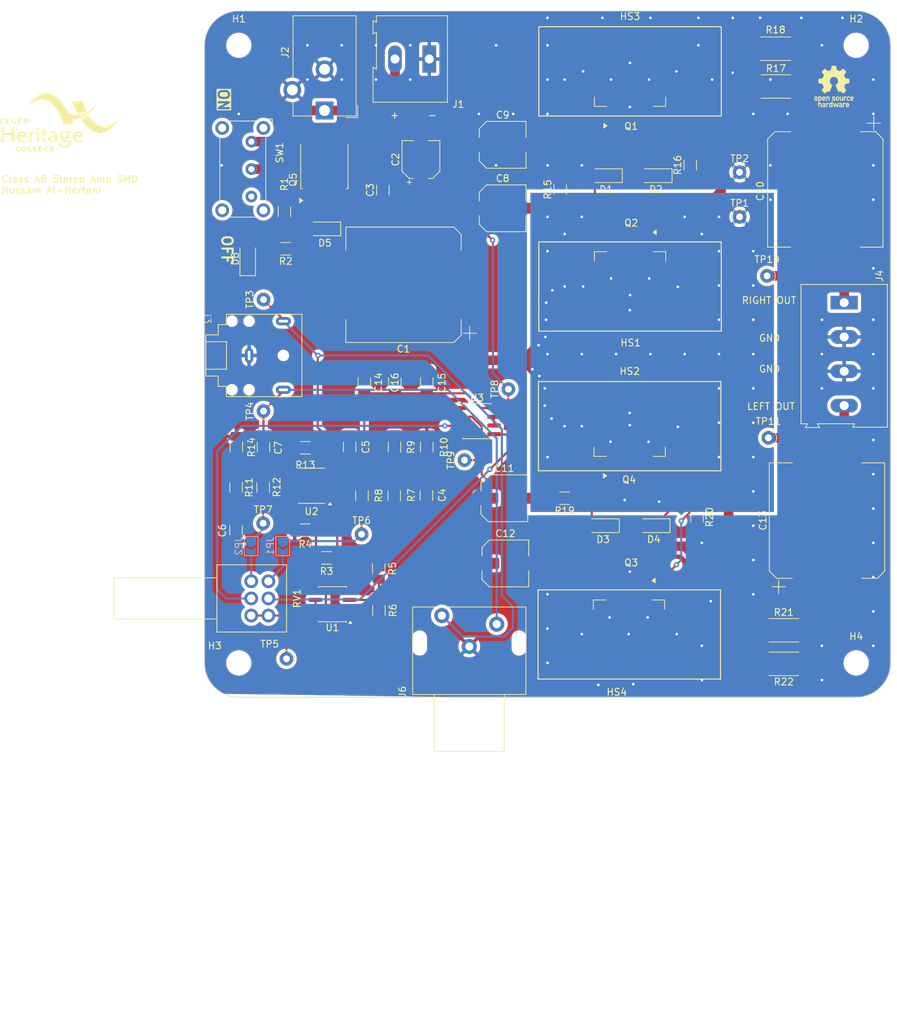
<source format=kicad_pcb>
(kicad_pcb (version 20241229) (generator "pcbnew") (generator_version "9.0")
  (layers (0 "F.Cu" signal) (2 "B.Cu" signal) (13 "F.Paste" user) (15 "B.Paste" user) (5 "F.SilkS" user "F.Silkscreen") (7 "B.SilkS" user "B.Silkscreen") (1 "F.Mask" user) (3 "B.Mask" user) (25 "Edge.Cuts" user))
  (net 0 "")
  (net 1 "GND")
  (net 2 "VCC")
  (net 3 "Net-(C4-Pad1)")
  (net 4 "Net-(U2A-+)")
  (net 5 "RIN0")
  (net 6 "Net-(C6-Pad1)")
  (net 7 "LIN0")
  (net 8 "Net-(U2B-+)")
  (net 9 "RIN2")
  (net 10 "Net-(D1-A)")
  (net 11 "Net-(D2-K)")
  (net 12 "ROUT")
  (net 13 "/POWC")
  (net 14 "LIN2")
  (net 15 "Net-(D3-A)")
  (net 16 "Net-(D4-K)")
  (net 17 "/POWF")
  (net 18 "LOUT")
  (net 19 "Net-(D1-K)")
  (net 20 "Net-(D3-K)")
  (net 21 "Net-(D5-A)")
  (net 22 "Net-(D6-A)")
  (net 23 "/VIN1")
  (net 24 "/POWB")
  (net 25 "/POWA")
  (net 26 "/POWE")
  (net 27 "/POWD")
  (net 28 "/VIN2")
  (net 29 "Net-(U1A-+)")
  (net 30 "Net-(U1B-+)")
  (net 31 "Net-(U2A--)")
  (net 32 "RIN1")
  (net 33 "Net-(U2B--)")
  (net 34 "LIN1")
  (net 35 "Net-(U3A-+)")
  (net 36 "VCC_DIV_2")
  (net 37 "Net-(U3B-+)")
  (net 39 "Net-(U1A--)")
  (net 40 "Net-(JP1-B)")
  (net 41 "Net-(JP2-B)")
  (footprint "Connector_BarrelJack:BarrelJack_CUI_PJ-102AH_Horizontal" (layer "F.Cu") (at 117.5 64.5 180)
    (property "Reference" "J2")
    (property "Value" "Barrel_Jack_Switch")
  )
  (footprint "TestPoint:TestPoint_THTPad_D2.0mm_Drill1.0mm" (layer "F.Cu") (at 122.9 126.25)
    (property "Reference" "TP6")
    (property "Value" "RIN1")
  )
  (footprint "Capacitor_SMD:C_Elec_6.3x5.4" (layer "F.Cu") (at 143.4625 69.5)
    (property "Reference" "C9")
    (property "Value" "33u")
  )
  (footprint "TestPoint:TestPoint_THTPad_D2.0mm_Drill1.0mm" (layer "F.Cu") (at 108.6 108.3 90)
    (property "Reference" "TP4")
    (property "Value" "LIN")
  )
  (footprint "Package_SO:SOIC-8_3.9x4.9mm_P1.27mm" (layer "F.Cu") (at 118.65 136.45 180)
    (property "Reference" "U1")
    (property "Value" "NE5532")
  )
  (footprint "TestPoint:TestPoint_THTPad_D2.0mm_Drill1.0mm" (layer "F.Cu") (at 137.9 115.45 90)
    (property "Reference" "TP9")
    (property "Value" "LIN2")
  )
  (footprint "Resistor_SMD:R_1206_3216Metric_Pad1.30x1.75mm_HandSolder" (layer "F.Cu") (at 171.8 123.75 -90)
    (property "Reference" "R20")
    (property "Value" "3k")
  )
  (footprint "Capacitor_SMD:C_1206_3216Metric_Pad1.33x1.80mm_HandSolder" (layer "F.Cu") (at 132.35 120.5875 90)
    (property "Reference" "C4")
    (property "Value" "1u")
  )
  (footprint "Resistor_SMD:R_1206_3216Metric_Pad1.30x1.75mm_HandSolder" (layer "F.Cu") (at 104.6 119.425 90)
    (property "Reference" "R11")
    (property "Value" "10k")
  )
  (footprint "Resistor_SMD:R_2512_6332Metric_Pad1.40x3.35mm_HandSolder" (layer "F.Cu") (at 183.25 55.5 180)
    (property "Reference" "R18")
    (property "Value" "1")
  )
  (footprint "TestPoint:TestPoint_THTPad_D2.0mm_Drill1.0mm" (layer "F.Cu") (at 144.3 105.1 90)
    (property "Reference" "TP8")
    (property "Value" "RIN2")
  )
  (footprint "Resistor_SMD:R_1206_3216Metric_Pad1.30x1.75mm_HandSolder" (layer "F.Cu") (at 114.7 113.65)
    (property "Reference" "R13")
    (property "Value" "47k")
  )
  (footprint "myparts:PTD902-2015K-B103" (layer "F.Cu") (at 106.8125 138.1 180)
    (property "Reference" "RV1")
    (property "Value" "10k")
  )
  (footprint "Diode_SMD:D_SOD-123" (layer "F.Cu") (at 165.8 74 180)
    (property "Reference" "D2")
    (property "Value" "1N4148W")
  )
  (footprint "TerminalBlock:TerminalBlock_Altech_AK300-2_P5.00mm" (layer "F.Cu") (at 132.765 57 180)
    (property "Reference" "J1")
    (property "Value" "Screw_Terminal_01x02")
  )
  (footprint "Heatsink:Heatsink_AAVID_573300D00010G_TO-263" (layer "F.Cu") (at 162.03 58.8)
    (property "Reference" "HS3")
    (property "Value" "Q1")
  )
  (footprint "Capacitor_SMD:CP_Elec_5x5.3" (layer "F.Cu") (at 131.55 71.65 90)
    (property "Reference" "C2")
    (property "Value" "10u")
  )
  (footprint "Heatsink:Heatsink_AAVID_573300D00010G_TO-263" (layer "F.Cu") (at 161.92 140.85)
    (property "Reference" "HS4")
    (property "Value" "Q3")
  )
  (footprint "myparts:Jack_3.5mm_CUI_SJ1-2523N_Horizontal" (layer "F.Cu") (at 106.502 100.296 -90)
    (property "Reference" "J3")
    (property "Value" "AudioJack3")
  )
  (footprint "Resistor_SMD:R_1206_3216Metric_Pad1.30x1.75mm_HandSolder" (layer "F.Cu") (at 132.4 113.55 -90)
    (property "Reference" "R10")
    (property "Value" "47k")
  )
  (footprint "Package_TO_SOT_SMD:TO-263-2" (layer "F.Cu") (at 162.04 89.9 -90)
    (property "Reference" "Q2")
    (property "Value" "NJVMJB41CT4G")
  )
  (footprint "logos:heritage-logo-small" (layer "F.Cu") (at 78.55 66.2)
    (property "Reference" "G***" (hide yes))
    (property "Value" "LOGO" (hide yes))
  )
  (footprint "Capacitor_SMD:C_Elec_6.3x5.4" (layer "F.Cu") (at 143.8625 130.5)
    (property "Reference" "C12")
    (property "Value" "33u")
  )
  (footprint "Symbol:OSHW-Logo_5.7x6mm_SilkScreen" (layer "F.Cu") (at 191.75 61)
    (property "Reference" "REF**" (hide yes))
    (property "Value" "OSHW-Logo_5.7x6mm_SilkScreen" (hide yes))
  )
  (footprint "Diode_SMD:D_SOD-123" (layer "F.Cu") (at 158.55 74 180)
    (property "Reference" "D1")
    (property "Value" "1N4148W")
  )
  (footprint "Resistor_SMD:R_1206_3216Metric_Pad1.30x1.75mm_HandSolder" (layer "F.Cu") (at 111.65 79.25 -90)
    (property "Reference" "R1")
    (property "Value" "100k")
  )
  (footprint "MountingHole:MountingHole_3.2mm_M3_ISO7380" (layer "F.Cu") (at 195 55)
    (property "Reference" "H2")
    (property "Value" "MountingHole")
  )
  (footprint "Resistor_SMD:R_1206_3216Metric_Pad1.30x1.75mm_HandSolder" (layer "F.Cu") (at 125.4 131.25 90)
    (property "Reference" "R5")
    (property "Value" "22k")
  )
  (footprint "Button_Switch_THT:SW_E-Switch_EG1224_SPDT_Angled" (layer "F.Cu") (at 106.8325 69.0425 -90)
    (property "Reference" "SW1")
    (property "Value" "SW_SPDT")
  )
  (footprint "Resistor_SMD:R_1206_3216Metric_Pad1.30x1.75mm_HandSolder" (layer "F.Cu") (at 122.95 120.625 -90)
    (property "Reference" "R8")
    (property "Value" "220k")
  )
  (footprint "TerminalBlock:TerminalBlock_Altech_AK300-4_P5.00mm" (layer "F.Cu") (at 193.25 92.5 -90)
    (property "Reference" "J4")
    (property "Value" "Screw_Terminal_01x04")
  )
  (footprint "MountingHole:MountingHole_3.2mm_M3_ISO7380" (layer "F.Cu") (at 105 55)
    (property "Reference" "H1")
    (property "Value" "MountingHole")
  )
  (footprint "Resistor_SMD:R_2512_6332Metric_Pad1.40x3.35mm_HandSolder" (layer "F.Cu") (at 184.45 140.25)
    (property "Reference" "R21")
    (property "Value" "1")
  )
  (footprint "Resistor_SMD:R_1206_3216Metric_Pad1.30x1.75mm_HandSolder" (layer "F.Cu") (at 111.85 84.65 180)
    (property "Reference" "R2")
    (property "Value" "2.4k")
  )
  (footprint "TestPoint:TestPoint_THTPad_D2.0mm_Drill1.0mm" (layer "F.Cu") (at 182 88.6)
    (property "Reference" "TP10")
    (property "Value" "ROUT")
  )
  (footprint "TestPoint:TestPoint_THTPad_D2.0mm_Drill1.0mm" (layer "F.Cu") (at 182.2 112.2)
    (property "Reference" "TP11")
    (property "Value" "LOUT")
  )
  (footprint "Package_TO_SOT_SMD:TO-263-2" (layer "F.Cu") (at 161.875 140.65 -90)
    (property "Reference" "Q3")
    (property "Value" "NJVMJB42CT4G")
  )
  (footprint "Capacitor_SMD:C_1206_3216Metric_Pad1.33x1.80mm_HandSolder" (layer "F.Cu") (at 127.75 104.15 90)
    (property "Reference" "C16")
    (property "Value" "1u")
  )
  (footprint "Resistor_SMD:R_1206_3216Metric_Pad1.30x1.75mm_HandSolder" (layer "F.Cu") (at 151.85 76 90)
    (property "Reference" "R15")
    (property "Value" "3k")
  )
  (footprint "Capacitor_SMD:C_Elec_6.3x5.4" (layer "F.Cu") (at 143.7125 121)
    (property "Reference" "C11")
    (property "Value" "33u")
  )
  (footprint "Resistor_SMD:R_1206_3216Metric_Pad1.30x1.75mm_HandSolder" (layer "F.Cu") (at 104.65 113.5375 -90)
    (property "Reference" "R14")
    (property "Value" "47k")
  )
  (footprint "Resistor_SMD:R_1206_3216Metric_Pad1.30x1.75mm_HandSolder" (layer "F.Cu") (at 108.55 119.4375 -90)
    (property "Reference" "R12")
    (property "Value" "220k")
  )
  (footprint "Capacitor_SMD:C_1206_3216Metric_Pad1.33x1.80mm_HandSolder" (layer "F.Cu") (at 108.6 113.5625 90)
    (property "Reference" "C7")
    (property "Value" "1u")
  )
  (footprint "Capacitor_SMD:CP_Elec_16x17.5" (layer "F.Cu") (at 190.5 76 -90)
    (property "Reference" "C10")
    (property "Value" "1000u")
  )
  (footprint "Resistor_SMD:R_1206_3216Metric_Pad1.30x1.75mm_HandSolder" (layer "F.Cu") (at 127.65 120.6125 90)
    (property "Reference" "R7")
    (property "Value" "10k")
  )
  (footprint "Capacitor_SMD:C_1206_3216Metric_Pad1.33x1.80mm_HandSolder" (layer "F.Cu") (at 121.15 113.55 90)
    (property "Reference" "C5")
    (property "Value" "1u")
  )
  (footprint "Diode_SMD:D_SOD-123" (layer "F.Cu") (at 158.1 125 180)
    (property "Reference" "D3")
    (property "Value" "1N4148W")
  )
  (footprint "MountingHole:MountingHole_3.2mm_M3_ISO7380" (layer "F.Cu") (at 105 145)
    (property "Reference" "H3")
    (property "Value" "MountingHole")
  )
  (footprint "Diode_SMD:D_SOD-123" (layer "F.Cu") (at 165.5 125 180)
    (property "Reference" "D4")
    (property "Value" "1N4148W")
  )
  (footprint "Capacitor_SMD:CP_Elec_16x17.5" (layer "F.Cu") (at 129.0075 89.9 180)
    (property "Reference" "C1")
    (property "Value" "1000u")
  )
  (footprint "Capacitor_SMD:C_1206_3216Metric_Pad1.33x1.80mm_HandSolder" (layer "F.Cu") (at 123.3 104.15 90)
    (property "Reference" "C14")
    (property "Value" "1u")
  )
  (footprint "Resistor_SMD:R_2512_6332Metric_Pad1.40x3.35mm_HandSolder" (layer "F.Cu") (at 183.3 61)
    (property "Reference" "R17")
    (property "Value" "1")
  )
  (footprint "Capacitor_SMD:C_1206_3216Metric_Pad1.33x1.80mm_HandSolder" (layer "F.Cu") (at 104.6 125.65 -90)
    (property "Reference" "C6")
    (property "Value" "1u")
  )
  (footprint "LED_SMD:LED_1206_3216Metric_Pad1.42x1.75mm_HandSolder" (layer "F.Cu") (at 106.3 86.1125 90)
    (property "Reference" "D6")
    (property "Value" "LED")
  )
  (footprint "TestPoint:TestPoint_THTPad_D2.0mm_Drill1.0mm" (layer "F.Cu") (at 111.95 144.4)
    (property "Reference" "TP5")
    (property "Value" "VCC_DIV_2")
  )
  (footprint "Capacitor_SMD:C_Elec_6.3x5.4" (layer "F.Cu") (at 143.4625 78.75)
    (property "Reference" "C8")
    (property "Value" "33u")
  )
  (footprint "Package_SO:SOIC-8_3.9x4.9mm_P1.27mm" (layer "F.Cu") (at 139.725 109.765)
    (property "Reference" "U3")
    (property "Value" "NE5532")
  )
  (footprint "Resistor_SMD:R_1206_3216Metric_Pad1.30x1.75mm_HandSolder" (layer "F.Cu") (at 127.7 113.55 90)
    (property "Reference" "R9")
    (property "Value" "47k")
  )
  (footprint "Resistor_SMD:R_1206_3216Metric_Pad1.30x1.75mm_HandSolder" (layer "F.Cu") (at 152.5 121 180)
    (property "Reference" "R19")
    (property "Value" "3k")
  )
  (footprint "Capacitor_SMD:C_1206_3216Metric_Pad1.33x1.80mm_HandSolder" (layer "F.Cu") (at 132.4 104.15 90)
    (property "Reference" "C15")
    (property "Value" "1u")
  )
  (footprint "Diode_SMD:D_SOD-123" (layer "F.Cu") (at 117.5 81.75 180)
    (property "Reference" "D5")
    (property "Value" "MMSZ52XXB")
  )
  (footprint "TestPoint:TestPoint_THTPad_D2.0mm_Drill1.0mm" (layer "F.Cu") (at 178 80)
    (property "Reference" "TP1")
    (property "Value" "VCC")
  )
  (footprint "TestPoint:TestPoint_THTPad_D2.0mm_Drill1.0mm" (layer "F.Cu") (at 108.55 124.65)
    (property "Reference" "TP7")
    (property "Value" "LIN1")
  )
  (footprint "Resistor_SMD:R_2512_6332Metric_Pad1.40x3.35mm_HandSolder" (layer "F.Cu") (at 184.45 145.14 180)
    (property "Reference" "R22")
    (property "Value" "1")
  )
  (footprint "Resistor_SMD:R_1206_3216Metric_Pad1.30x1.75mm_HandSolder" (layer "F.Cu") (at 114.7 125.65)
    (property "Reference" "R4")
    (property "Value" "22k")
  )
  (footprint "myparts:RCJ-2223" (layer "F.Cu") (at 138.6 142.6 180)
    (property "Reference" "J6")
    (property "Value" "Conn_Coaxial_x2")
  )
  (footprint "MountingHole:MountingHole_3.2mm_M3_ISO7380" (layer "F.Cu") (at 195 145)
    (property "Reference" "H4")
    (property "Value" "MountingHole")
  )
  (footprint "Package_SO:SOIC-8_3.9x4.9mm_P1.27mm" (layer "F.Cu") (at 115.6 119.1875 180)
    (property "Reference" "U2")
    (property "Value" "NE5532")
  )
  (footprint "Heatsink:Heatsink_AAVID_573300D00010G_TO-263" (layer "F.Cu") (at 162.03 90.15)
    (property "Reference" "HS1")
    (property "Value" "Q2")
  )
  (footprint "TestPoint:TestPoint_THTPad_D2.0mm_Drill1.0mm" (layer "F.Cu") (at 178 73.5)
    (property "Reference" "TP2")
    (property "Value" "GND")
  )
  (footprint "Heatsink:Heatsink_AAVID_573300D00010G_TO-263" (layer "F.Cu") (at 161.975 110.5)
    (property "Reference" "HS2")
    (property "Value" "Q4")
  )
  (footprint "Resistor_SMD:R_1206_3216Metric_Pad1.30x1.75mm_HandSolder" (layer "F.Cu") (at 170.8 72.45 90)
    (property "Reference" "R16")
    (property "Value" "3k")
  )
  (footprint "Resistor_SMD:R_1206_3216Metric_Pad1.30x1.75mm_HandSolder" (layer "F.Cu") (at 125.425 137.355 90)
    (property "Reference" "R6")
    (property "Value" "22k")
  )
  (footprint "TestPoint:TestPoint_THTPad_D2.0mm_Drill1.0mm" (layer "F.Cu") (at 108.6 92.05 90)
    (property "Reference" "TP3")
    (property "Value" "RIN")
  )
  (footprint "Package_TO_SOT_SMD:TO-263-2" (layer "F.Cu") (at 162.025 59.075 90)
    (property "Reference" "Q1")
    (property "Value" "NJVMJB42CT4G")
  )
  (footprint "Resistor_SMD:R_1206_3216Metric_Pad1.30x1.75mm_HandSolder" (layer "F.Cu") (at 117.8 129.7)
    (property "Reference" "R3")
    (property "Value" "22k")
  )
  (footprint "Package_TO_SOT_SMD:TO-263-2" (layer "F.Cu") (at 161.975 110.075 90)
    (property "Reference" "Q4")
    (property "Value" "NJVMJB41CT4G")
  )
  (footprint "Capacitor_SMD:C_1206_3216Metric_Pad1.33x1.80mm_HandSolder" (layer "F.Cu") (at 126 76.1 90)
    (property "Reference" "C3")
    (property "Value" "1u")
  )
  (footprint "Package_TO_SOT_SMD:TO-252-2" (layer "F.Cu") (at 117.475 72.585 90)
    (property "Reference" "Q5")
    (property "Value" "DMP6180SK3")
  )
  (footprint "Capacitor_SMD:CP_Elec_16x17.5" (layer "F.Cu") (at 190.75 124.25 90)
    (property "Reference" "C13")
    (property "Value" "1000u")
  )
  (footprint "Jumper:SolderJumper-2_P1.3mm_Open_TrianglePad1.0x1.5mm" (layer "B.Cu") (at 111.4 127.975 -90)
    (property "Reference" "JP1")
    (property "Value" "SolderJumper_2_Open")
  )
  (footprint "Jumper:SolderJumper-2_P1.3mm_Open_TrianglePad1.0x1.5mm" (layer "B.Cu") (at 106.8 127.975 -90)
    (property "Reference" "JP2")
    (property "Value" "SolderJumper_2_Open")
  )
  (gr_line (start 200 55) (end 200 145) (stroke (width 0.1)) (layer "Edge.Cuts"))
  (gr_arc (start 105 150) (mid 101.464466 148.535534) (end 100 145) (stroke (width 0.1)) (layer "Edge.Cuts"))
  (gr_line (start 100 145) (end 100 55) (stroke (width 0.1)) (layer "Edge.Cuts"))
  (gr_arc (start 200 145) (mid 198.535534 148.535534) (end 195 150) (stroke (width 0.1)) (layer "Edge.Cuts"))
  (gr_arc (start 195 50) (mid 198.535534 51.464466) (end 200 55) (stroke (width 0.1)) (layer "Edge.Cuts"))
  (gr_arc (start 100 55) (mid 101.464466 51.464466) (end 105 50) (stroke (width 0.1)) (layer "Edge.Cuts"))
  (gr_line (start 195 150) (end 105 150) (stroke (width 0.1)) (layer "Edge.Cuts"))
  (gr_line (start 105 50) (end 195 50) (stroke (width 0.1)) (layer "Edge.Cuts"))
  (gr_text "GND\n" (at 180.75 98.25 0) (layer "F.SilkS") (effects (font (size 1 1)) (justify left bottom)))
  (gr_text "ON" (at 102.75 62.95 270) (layer "F.SilkS" knockout) (effects (font (size 1.5 1.5) (thickness 0.3) (bold yes))))
  (gr_text "OFF\n" (at 102.4 82.5 270) (layer "F.SilkS") (effects (font (size 1.5 1.5) (thickness 0.3) (bold yes)) (justify left bottom)))
  (gr_text "Class AB Stereo Amp SMD\nHussam Al-Hertani" (at 70.3 76.7 0) (layer "F.SilkS") (effects (font (size 1 1)) (justify left bottom)))
  (gr_text "GND\n" (at 180.75 102.75 0) (layer "F.SilkS") (effects (font (size 1 1)) (justify left bottom)))
  (gr_text "RIGHT OUT\n" (at 178.25 92.75 0) (layer "F.SilkS") (effects (font (size 1 1)) (justify left bottom)))
  (gr_text "-\n" (at 132.5 65.75 0) (layer "F.SilkS") (effects (font (size 1 1)) (justify left bottom)))
  (gr_text "+\n" (at 127 65.75 0) (layer "F.SilkS") (effects (font (size 1 1)) (justify left bottom)))
  (gr_text "LEFT OUT" (at 179 108.2 0) (layer "F.SilkS") (effects (font (size 1 1)) (justify left bottom)))
  (via (at 168.84 140.8) (size 0.762) (drill 0.381) (layers "F.Cu" "B.Cu") (net 1))
  (via (at 165 51) (size 0.762) (drill 0.381) (layers "F.Cu" "B.Cu") (net 1))
  (via (at 150 72.5) (size 0.762) (drill 0.381) (layers "F.Cu" "B.Cu") (net 1))
  (via (at 130 55) (size 0.762) (drill 0.381) (layers "F.Cu" "B.Cu") (net 1))
  (via (at 158 51) (size 0.762) (drill 0.381) (layers "F.Cu" "B.Cu") (net 1))
  (via (at 157.4 148.2) (size 0.762) (drill 0.381) (layers "F.Cu" "B.Cu") (net 1))
  (via (at 197.5 117.5) (size 0.762) (drill 0.381) (layers "F.Cu" "B.Cu") (net 1))
  (via (at 168.8 58.8) (size 0.762) (drill 0.381) (layers "F.Cu" "B.Cu") (net 1))
  (via (at 177 59) (size 0.762) (drill 0.381) (layers "F.Cu" "B.Cu") (net 1))
  (via (at 152.5 60) (size 0.762) (drill 0.381) (layers "F.Cu" "B.Cu") (net 1))
  (via (at 190 55) (size 0.762) (drill 0.381) (layers "F.Cu" "B.Cu") (net 1))
  (via (at 177 51) (size 0.762) (drill 0.381) (layers "F.Cu" "B.Cu") (net 1))
  (via (at 140 65) (size 0.762) (drill 0.381) (layers "F.Cu" "B.Cu") (net 1))
  (via (at 197.5 72.5) (size 0.762) (drill 0.381) (layers "F.Cu" "B.Cu") (net 1))
  (via (at 162.5 148.1) (size 0.762) (drill 0.381) (layers "F.Cu" "B.Cu") (net 1))
  (via (at 192.5 60) (size 0.762) (drill 0.381) (layers "F.Cu" "B.Cu") (net 1))
  (via (at 150 140) (size 0.762) (drill 0.381) (layers "F.Cu" "B.Cu") (net 1))
  (via (at 115 55) (size 0.762) (drill 0.381) (layers "F.Cu" "B.Cu") (net 1))
  (via (at 159.055 138.375) (size 0.762) (drill 0.381) (layers "F.Cu" "B.Cu") (net 1))
  (via (at 161.83 140.8) (size 0.762) (drill 0.381) (layers "F.Cu" "B.Cu") (net 1))
  (via (at 115 60) (size 0.762) (drill 0.381) (layers "F.Cu" "B.Cu") (net 1))
  (via (at 164.8 60) (size 0.762) (drill 0.381) (layers "F.Cu" "B.Cu") (net 1))
  (via (at 150 65) (size 0.762) (drill 0.381) (layers "F.Cu" "B.Cu") (net 1))
  (via (at 190 142.5) (size 0.762) (drill 0.381) (layers "F.Cu" "B.Cu") (net 1))
  (via (at 120 60) (size 0.762) (drill 0.381) (layers "F.Cu" "B.Cu") (net 1))
  (via (at 162 64) (size 0.762) (drill 0.381) (layers "F.Cu" "B.Cu") (net 1))
  (via (at 142.5 55) (size 0.762) (drill 0.381) (layers "F.Cu" "B.Cu") (net 1))
  (via (at 125 55) (size 0.762) (drill 0.381) (layers "F.Cu" "B.Cu") (net 1))
  (via (at 120 55) (size 0.762) (drill 0.381) (layers "F.Cu" "B.Cu") (net 1))
  (via (at 193 51) (size 0.762) (drill 0.381) (layers "F.Cu" "B.Cu") (net 1))
  (via (at 181 51) (size 0.762) (drill 0.381) (layers "F.Cu" "B.Cu") (net 1))
  (via (at 197.5 95) (size 0.762) (drill 0.381) (layers "F.Cu" "B.Cu") (net 1))
  (via (at 150 60) (size 0.762) (drill 0.381) (layers "F.Cu" "B.Cu") (net 1))
  (via (at 155 72.5) (size 0.762) (drill 0.381) (layers "F.Cu" "B.Cu") (net 1))
  (via (at 197.5 65) (size 0.762) (drill 0.381) (layers "F.Cu" "B.Cu") (net 1))
  (via (at 185 65) (size 0.762) (drill 0.381) (layers "F.Cu" "B.Cu") (net 1))
  (via (at 197.5 87.5) (size 0.762) (drill 0.381) (layers "F.Cu" "B.Cu") (net 1))
  (via (at 197.5 122.5) (size 0.762) (drill 0.381) (layers "F.Cu" "B.Cu") (net 1))
  (via (at 155 140.8) (size 0.762) (drill 0.381) (layers "F.Cu" "B.Cu") (net 1))
  (via (at 187 51) (size 0.762) (drill 0.381) (layers "F.Cu" "B.Cu") (net 1))
  (via (at 197.5 100) (size 0.762) (drill 0.381) (layers "F.Cu" "B.Cu") (net 1))
  (via (at 190 147.5) (size 0.762) (drill 0.381) (layers "F.Cu" "B.Cu") (net 1))
  (via (at 180 65) (size 0.762) (drill 0.381) (layers "F.Cu" "B.Cu") (net 1))
  (via (at 150 51) (size 0.762) (drill 0.381) (layers "F.Cu" "B.Cu") (net 1))
  (via (at 172.5 147.5) (size 0.762) (drill 0.381) (layers "F.Cu" "B.Cu") (net 1))
  (via (at 190 95) (size 0.762) (drill 0.381) (layers "F.Cu" "B.Cu") (net 1))
  (via (at 172.5 127.5) (size 0.762) (drill 0.381) (layers "F.Cu" "B.Cu") (net 1))
  (via (at 180 135) (size 0.762) (drill 0.381) (layers "F.Cu" "B.Cu") (net 1))
  (via (at 172 51) (size 0.762) (drill 0.381) (layers "F.Cu" "B.Cu") (net 1))
  (via (at 197.5 105) (size 0.762) (drill 0.381) (layers "F.Cu" "B.Cu") (net 1))
  (via (at 180 130) (size 0.762) (drill 0.381) (layers "F.Cu" "B.Cu") (net 1))
  (via (at 173.8 136) (size 0.762) (drill 0.381) (layers "F.Cu" "B.Cu") (net 1))
  (via (at 145 65) (size 0.762) (drill 0.381) (layers "F.Cu" "B.Cu") (net 1))
  (via (at 197.5 137.5) (size 0.762) (drill 0.381) (layers "F.Cu" "B.Cu") (net 1))
  (via (at 197.5 112.5) (size 0.762) (drill 0.381) (layers "F.Cu" "B.Cu") (net 1))
  (via (at 197.5 77.5) (size 0.762) (drill 0.381) (layers "F.Cu" "B.Cu") (net 1))
  (via (at 197.5 132.5) (size 0.762) (drill 0.381) (layers "F.Cu" "B.Cu") (net 1))
  (via (at 174 60) (size 0.762) (drill 0.381) (layers "F.Cu" "B.Cu") (net 1))
  (via (at 150 145) (size 0.762) (drill 0.381) (layers "F.Cu" "B.Cu") (net 1))
  (via (at 162.025 57.575) (size 0.762) (drill 0.381) (layers "F.Cu" "B.Cu") (net 1))
  (via (at 172 55) (size 0.762) (drill 0.381) (layers "F.Cu" "B.Cu") (net 1))
  (via (at 162 131.7) (size 0.762) (drill 0.381) (layers "F.Cu" "B.Cu") (net 1))
  (via (at 150 135) (size 0.762) (drill 0.381) (layers "F.Cu" "B.Cu") (net 1))
  (via (at 125 60) (size 0.762) (drill 0.381) (layers "F.Cu" "B.Cu") (net 1))
  (via (at 182.5 60) (size 0.762) (drill 0.381) (layers "F.Cu" "B.Cu") (net 1))
  (via (at 130 60) (size 0.762) (drill 0.381) (layers "F.Cu" "B.Cu") (net 1))
  (via (at 190 100) (size 0.762) (drill 0.381) (layers "F.Cu" "B.Cu") (net 1))
  (via (at 197.5 127.5) (size 0.762) (drill 0.381) (layers "F.Cu" "B.Cu") (net 1))
  (via (at 172.5 142.5) (size 0.762) (drill 0.381) (layers "F.Cu" "B.Cu") (net 1))
  (via (at 180 125) (size 0.762) (drill 0.381) (layers "F.Cu" "B.Cu") (net 1))
  (via (at 155.2 58.8) (size 0.762) (drill 0.381) (layers "F.Cu" "B.Cu") (net 1))
  (via (at 164.605 138.375) (size 0.762) (drill 0.381) (layers "F.Cu" "B.Cu") (net 1))
  (via (at 105 65) (size 0.762) (drill 0.381) (layers "F.Cu" "B.Cu") (net 1))
  (via (at 182.5 72.5) (size 0.762) (drill 0.381) (layers "F.Cu" "B.Cu") (net 1))
  (via (at 159.25 60) (size 0.762) (drill 0.381) (layers "F.Cu" "B.Cu") (net 1))
  (via (at 190 105) (size 0.762) (drill 0.381) (layers "F.Cu" "B.Cu") (net 1))
  (via (at 142.5 72.5) (size 0.762) (drill 0.381) (layers "F.Cu" "B.Cu") (net 1))
  (via (at 197.5 60) (size 0.762) (drill 0.381) (layers "F.Cu" "B.Cu") (net 1))
  (via (at 197.5 142.5) (size 0.762) (drill 0.381) (layers "F.Cu" "B.Cu") (net 1))
  (via (at 102.5 72.5) (size 0.762) (drill 0.381) (layers "F.Cu" "B.Cu") (net 1))
  (via (at 150 55) (size 0.762) (drill 0.381) (layers "F.Cu" "B.Cu") (net 1))
  (segment (start 119.35 129.7) (end 119.35 125.764736) (width 0.3048) (layer "F.Cu") (net 2))
  (segment (start 116.25 113.65) (end 122.7 113.65) (width 0.3048) (layer "F.Cu") (net 2))
  (segment (start 125.9625 77.625) (end 126 77.6625) (width 1.4) (layer "F.Cu") (net 2))
  (segment (start 117.7 132.35) (end 119.35 130.7) (width 0.3048) (layer "F.Cu") (net 2))
  (segment (start 117.7 137.804999) (end 117.7 132.35) (width 0.3048) (layer "F.Cu") (net 2))
  (segment (start 155 110.5) (end 155.08 110.5) (width 1.4) (layer "F.Cu") (net 2))
  (segment (start 115.45 113.65) (end 116.25 113.65) (width 0.3048) (layer "F.Cu") (net 2))
  (segment (start 150.6 109.4) (end 151.7 110.5) (width 1.4) (layer "F.Cu") (net 2))
  (segment (start 119.15 81.75) (end 119.15 81.05) (width 0.3048) (layer "F.Cu") (net 2))
  (segment (start 146.5 100.9) (end 137.65 100.9) (width 1.4) (layer "F.Cu") (net 2))
  (segment (start 126 77.6625) (end 130.0625 77.6625) (width 1.4) (layer "F.Cu") (net 2))
  (segment (start 152.5 110.5) (end 155 110.5) (width 1.4) (layer "F.Cu") (net 2))
  (segment (start 122.7 113.65) (end 123.3 113.05) (width 0.3048) (layer "F.Cu") (net 2))
  (segment (start 155 90.15) (end 155.08 90.15) (width 1.4) (layer "F.Cu") (net 2))
  (segment (start 127.7 112) (end 124.35 112) (width 0.3048) (layer "F.Cu") (net 2))
  (segment (start 149.8 96.7) (end 149.8 95) (width 1.4) (layer "F.Cu") (net 2))
  (segment (start 148.8 103.2) (end 149.6 104) (width 1.4) (layer "F.Cu") (net 2))
  (segment (start 149.8 95) (end 149.8 92.5) (width 1.4) (layer "F.Cu") (net 2))
  (segment (start 119.35 130.7) (end 119.35 129.7) (width 0.3048) (layer "F.Cu") (net 2))
  (segment (start 149.8 92.5) (end 149.8 91.6) (width 1.4) (layer "F.Cu") (net 2))
  (segment (start 147.8 102.2) (end 148.8 103.2) (width 1.4) (layer "F.Cu") (net 2))
  (segment (start 131.55 76.175) (end 131.55 73.85) (width 1.4) (layer "F.Cu") (net 2))
  (segment (start 117.149999 138.355) (end 117.7 137.804999) (width 0.3048) (layer "F.Cu") (net 2))
  (segment (start 124.35 112) (end 123.3 113.05) (width 0.3048) (layer "F.Cu") (net 2))
  (segment (start 146.5 100.9) (end 147.8 102.2) (width 1.4) (layer "F.Cu") (net 2))
  (segment (start 119.755 77.625) (end 125.9625 77.625) (width 1.4) (layer "F.Cu") (net 2))
  (segment (start 149.7 96.8) (end 149.8 96.7) (width 1.4) (layer "F.Cu") (net 2))
  (segment (start 119.35 125.764736) (end 114.692632 121.107368) (width 0.3048) (layer "F.Cu") (net 2))
  (segment (start 116.175 138.355) (end 117.149999 138.355) (width 0.3048) (layer "F.Cu") (net 2))
  (segment (start 149.6 104) (end 149.6 105) (width 1.4) (layer "F.Cu") (net 2))
  (segment (start 140.31 107.86) (end 142.2 107.86) (width 0.3048) (layer "F.Cu") (net 2))
  (segment (start 114.692632 121.107368) (end 114.677764 121.0925) (width 0.3048) (layer "F.Cu") (net 2))
  (segment (start 146.5 100.9) (end 148.7 98.7) (width 1.4) (layer "F.Cu") (net 2))
  (segment (start 114.692632 121.107368) (end 114.692632 114.407368) (width 0.3048) (layer "F.Cu") (net 2))
  (segment (start 151.25 90.15) (end 152.5 90.15) (width 1.4) (layer "F.Cu") (net 2))
  (segment (start 149.6 107.5) (end 149.6 108.4) (width 1.4) (layer "F.Cu") (net 2))
  (segment (start 149.6 108.4) (end 150.6 109.4) (width 1.4) (layer "F.Cu") (net 2))
  (segment (start 114.692632 114.407368) (end 115.45 113.65) (width 0.3048) (layer "F.Cu") (net 2))
  (segment (start 130.0625 77.6625) (end 131.55 76.175) (width 1.4) (layer "F.Cu") (net 2))
  (segment (start 119.755 80.445) (end 119.755 77.625) (width 0.3048) (layer "F.Cu") (net 2))
  (segment (start 113.875 120.9625) (end 113.9 120.9875) (width 0.3048) (layer "F.Cu") (net 2))
  (segment (start 113.9125 121) (end 113.9 120.9875) (width 0.3048) (layer "F.Cu") (net 2))
  (segment (start 138.1625 105.7125) (end 140.31 107.86) (width 0.3048) (layer "F.Cu") (net 2))
  (segment (start 137.65 100.9) (end 135.2575 98.5075) (width 1.4) (layer "F.Cu") (net 2))
  (segment (start 135.2575 98.5075) (end 135.2575 89.9) (width 1.4) (layer "F.Cu") (net 2))
  (segment (start 150.7 90.7) (end 151.25 90.15) (width 1.4) (layer "F.Cu") (net 2))
  (segment (start 149.7 97.7) (end 149.7 97.5) (width 1.4) (layer "F.Cu") (net 2))
  (segment (start 151.7 110.5) (end 152.5 110.5) (width 1.4) (layer "F.Cu") (net 2))
  (segment (start 168.77 110.35) (end 168.92 110.5) (width 1.4) (layer "F.Cu") (net 2))
  (segment (start 119.15 81.05) (end 119.755 80.445) (width 0.3048) (layer "F.Cu") (net 2))
  (segment (start 114.677764 121.0925) (end 113.125 121.0925) (width 0.3048) (layer "F.Cu") (net 2))
  (segment (start 148.7 98.7) (end 149.7 97.7) (width 1.4) (layer "F.Cu") (net 2))
  (segment (start 119.35 129.7) (end 125.4 129.7) (width 0.3048) (layer "F.Cu") (net 2))
  (segment (start 152.5 90.15) (end 155 90.15) (width 1.4) (layer "F.Cu") (net 2))
  (segment (start 130.0625 77.6625) (end 135.2575 82.8575) (width 1.4) (layer "F.Cu") (net 2))
  (segment (start 149.7 97.5) (end 149.7 96.8) (width 1.4) (layer "F.Cu") (net 2))
  (segment (start 123.3 113.05) (end 123.3 105.7125) (width 0.3048) (layer "F.Cu") (net 2))
  (segment (start 135.2575 99.2425) (end 135.2575 89.9) (width 0.3048) (layer "F.Cu") (net 2))
  (segment (start 123.3 105.7125) (end 138.1625 105.7125) (width 0.3048) (layer "F.Cu") (net 2))
  (segment (start 149.8 91.6) (end 150.7 90.7) (width 1.4) (layer "F.Cu") (net 2))
  (segment (start 135.2575 82.8575) (end 135.2575 89.9) (width 1.4) (layer "F.Cu") (net 2))
  (segment (start 149.6 105) (end 149.6 107.5) (width 1.4) (layer "F.Cu") (net 2))
  (via (at 148.7 98.7) (size 0.762) (drill 0.381) (layers "F.Cu" "B.Cu") (net 2))
  (via (at 149.6 107.5) (size 0.762) (drill 0.381) (layers "F.Cu" "B.Cu") (net 2))
  (via (at 155.2 90.15) (size 0.762) (drill 0.381) (layers "F.Cu" "B.Cu") (net 2))
  (via (at 180 120) (size 0.762) (drill 0.381) (layers "F.Cu" "B.Cu") (net 2))
  (via (at 155 110.5) (size 0.762) (drill 0.381) (layers "F.Cu" "B.Cu") (net 2))
  (via (at 148.8 103.2) (size 0.762) (drill 0.381) (layers "F.Cu" "B.Cu") (net 2))
  (via (at 152.5 110.5) (size 0.762) (drill 0.381) (layers "F.Cu" "B.Cu") (net 2))
  (via (at 150 85) (size 0.762) (drill 0.381) (layers "F.Cu" "B.Cu") (net 2))
  (via (at 150.6 109.4) (size 0.762) (drill 0.381) (layers "F.Cu" "B.Cu") (net 2))
  (via (at 149.8 95) (size 0.762) (drill 0.381) (layers "F.Cu" "B.Cu") (net 2))
  (via (at 175 115) (size 0.762) (drill 0.381) (layers "F.Cu" "B.Cu") (net 2))
  (via (at 180 95) (size 0.762) (drill 0.381) (layers "F.Cu" "B.Cu") (net 2))
  (via (at 155 100) (size 0.762) (drill 0.381) (layers "F.Cu" "B.Cu") (net 2))
  (via (at 175 105) (size 0.762) (drill 0.381) (layers "F.Cu" "B.Cu") (net 2))
  (via (at 175 80) (size 0.762) (drill 0.381) (layers "F.Cu" "B.Cu") (net 2))
  (via (at 180 105) (size 0.762) (drill 0.381) (layers "F.Cu" "B.Cu") (net 2))
  (via (at 159.265 88.975) (size 0.762) (drill 0.381) (layers "F.Cu" "B.Cu") (net 2))
  (via (at 182.5 77.5) (size 0.762) (drill 0.381) (layers "F.Cu" "B.Cu") (net 2))
  (via (at 180 110) (size 0.762) (drill 0.381) (layers "F.Cu" "B.Cu") (net 2))
  (via (at 166.25 121.5) (size 0.762) (drill 0.381) (layers "F.Cu" "B.Cu") (net 2))
  (via (at 170 100) (size 0.762) (drill 0.381) (layers "F.Cu" "B.Cu") (net 2))
  (via (at 180 100) (size 0.762) (drill 0.381) (layers "F.Cu" "B.Cu") (net 2))
  (via (at 170 80) (size 0.762) (drill 0.381) (layers "F.Cu" "B.Cu") (net 2))
  (via (at 150 115) (size 0.762) (drill 0.381) (layers "F.Cu" "B.Cu") (net 2))
  (via (at 147.8 102.2) (size 0.762) (drill 0.381) (layers "F.Cu" "B.Cu") (net 2))
  (via (at 172.5 82.5) (size 0.762) (drill 0.381) (layers "F.Cu" "B.Cu") (net 2))
  (via (at 152.5 90.15) (size 0.762) (drill 0.381) (layers "F.Cu" "B.Cu") (net 2))
  (via (at 161.25 121.25) (size 0.762) (drill 0.381) (layers "F.Cu" "B.Cu") (net 2))
  (via (at 165 100) (size 0.762) (drill 0.381) (layers "F.Cu" "B.Cu") (net 2))
  (via (at 150 80) (size 0.762) (drill 0.381) (layers "F.Cu" "B.Cu") (net 2))
  (via (at 161.975 108.575) (size 0.762) (drill 0.381) (layers "F.Cu" "B.Cu") (net 2))
  (via (at 169 90.2) (size 0.762) (drill 0.381) (layers "F.Cu" "B.Cu") (net 2))
  (via (at 175 95) (size 0.762) (drill 0.381) (layers "F.Cu" "B.Cu") (net 2))
  (via (at 152.5 82.5) (size 0.762) (drill 0.381) (layers "F.Cu" "B.Cu") (net 2))
  (via (at 149.6 105) (size 0.762) (drill 0.381) (layers "F.Cu" "B.Cu") (net 2))
  (via (at 180 115) (size 0.762) (drill 0.381) (layers "F.Cu" "B.Cu") (net 2))
  (via (at 169 110.6) (size 0.762) (drill 0.381) (layers "F.Cu" "B.Cu") (net 2))
  (via (at 162.04 91.4) (size 0.762) (drill 0.381) (layers "F.Cu" "B.Cu") (net 2))
  (via (at 149.7 97.5) (size 0.762) (drill 0.381) (layers "F.Cu" "B.Cu") (net 2))
  (via (at 180 85) (size 0.762) (drill 0.381) (layers "F.Cu" "B.Cu") (net 2))
  (via (at 159.185 112.775) (size 0.762) (drill 0.381) (layers "F.Cu" "B.Cu") (net 2))
  (via (at 162 93.6) (size 0.762) (drill 0.381) (layers "F.Cu" "B.Cu") (net 2))
  (via (at 149.8 92.5) (size 0.762) (drill 0.381) (layers "F.Cu" "B.Cu") (net 2))
  (via (at 175 110) (size 0.762) (drill 0.381) (layers "F.Cu" "B.Cu") (net 2))
  (via (at 175 85) (size 0.762) (drill 0.381) (layers "F.Cu" "B.Cu") (net 2))
  (via (at 155 80) (size 0.762) (drill 0.381) (layers "F.Cu" "B.Cu") (net 2))
  (via (at 164.735 112.775) (size 0.762) (drill 0.381) (layers "F.Cu" "B.Cu") (net 2))
  (via (at 160 100) (size 0.762) (drill 0.381) (layers "F.Cu" "B.Cu") (net 2))
  (via (at 150 100) (size 0.762) (drill 0.381) (layers "F.Cu" "B.Cu") (net 2))
  (via (at 150.7 90.7) (size 0.762) (drill 0.381) (layers "F.Cu" "B.Cu") (net 2))
  (via (at 175 100) (size 0.762) (drill 0.381) (layers "F.Cu" "B.Cu") (net 2))
  (via (at 175 90) (size 0.762) (drill 0.381) (layers "F.Cu" "B.Cu") (net 2))
  (via (at 164.815 88.975) (size 0.762) (drill 0.381) (layers "F.Cu" "B.Cu") (net 2))
  (via (at 180 90) (size 0.762) (drill 0.381) (layers "F.Cu" "B.Cu") (net 2))
  (via (at 162 110.35) (size 0.762) (drill 0.381) (layers "F.Cu" "B.Cu") (net 2))
  (segment (start 127.65 122.1625) (end 132.3375 122.1625) (width 0.3048) (layer "F.Cu") (net 3))
  (segment (start 132.3375 122.1625) (end 132.35 122.15) (width 0.3048) (layer "F.Cu") (net 3))
  (segment (start 127.6875 115.1125) (end 127.7 115.1) (width 0.3048) (layer "F.Cu") (net 4))
  (segment (start 121.15 117.55) (end 120.1475 118.5525) (width 0.3048) (layer "F.Cu") (net 4))
  (segment (start 127.675 115.125) (end 127.7 115.1) (width 0.3048) (layer "F.Cu") (net 4))
  (segment (start 121.15 115.1125) (end 121.15 117.55) (width 0.3048) (layer "F.Cu") (net 4))
  (segment (start 127.7 115.1) (end 132.4 115.1) (width 0.3048) (layer "F.Cu") (net 4))
  (segment (start 121.15 115.1125) (end 127.6875 115.1125) (width 0.3048) (layer "F.Cu") (net 4))
  (segment (start 120.1475 118.5525) (end 118.075 118.5525) (width 0.3048) (layer "F.Cu") (net 4))
  (segment (start 121.15 111.9875) (end 117.7875 111.9875) (width 0.3048) (layer "F.Cu") (net 5))
  (segment (start 116.5 110.7) (end 116.5 100.25) (width 0.3048) (layer "F.Cu") (net 5))
  (segment (start 108.6 92.05) (end 111.5 94.95) (width 0.3048) (layer "F.Cu") (net 5))
  (segment (start 111.5 94.95) (end 111.5 95.2) (width 0.3048) (layer "F.Cu") (net 5))
  (segment (start 117.7875 111.9875) (end 116.5 110.7) (width 0.3048) (layer "F.Cu") (net 5))
  (segment (start 116.5 100.25) (end 116.55 100.2) (width 0.3048) (layer "F.Cu") (net 5))
  (segment (start 111.55 95.2) (end 111.5 95.2) (width 0.3048) (layer "F.Cu") (net 5))
  (via (at 116.55 100.2) (size 0.762) (drill 0.381) (layers "F.Cu" "B.Cu") (net 5))
  (segment (start 143.35 110.95) (end 143.35 135.2) (width 0.3048) (layer "B.Cu") (net 5))
  (segment (start 137.65 141.15) (end 134.6 138.1) (width 0.3048) (layer "B.Cu") (net 5))
  (segment (start 137.994582 141.15) (end 137.65 141.15) (width 0.3048) (layer "B.Cu") (net 5))
  (segment (start 144.95 136.8) (end 144.95 139.9) (width 0.3048) (layer "B.Cu") (net 5))
  (segment (start 137.997982 141.1466) (end 137.994582 141.15) (width 0.3048) (layer "B.Cu") (net 5))
  (segment (start 139.205418 141.15) (end 139.202018 141.1466) (width 0.3048) (layer "B.Cu") (net 5))
  (segment (start 116.5 100.2) (end 116.55 100.2) (width 0.3048) (layer "B.Cu") (net 5))
  (segment (start 111.5 95.2) (end 116.5 100.2) (width 0.3048) (layer "B.Cu") (net 5))
  (segment (start 143.7 141.15) (end 139.205418 141.15) (width 0.3048) (layer "B.Cu") (net 5))
  (segment (start 143.35 135.2) (end 144.95 136.8) (width 0.3048) (layer "B.Cu") (net 5))
  (segment (start 111.5 95.2) (end 111.2 95.2) (width 0.3048) (layer "B.Cu") (net 5))
  (segment (start 139.202018 141.1466) (end 137.997982 141.1466) (width 0.3048) (layer "B.Cu") (net 5))
  (segment (start 116.55 100.2) (end 132.6 100.2) (width 0.3048) (layer "B.Cu") (net 5))
  (segment (start 132.6 100.2) (end 143.35 110.95) (width 0.3048) (layer "B.Cu") (net 5))
  (segment (start 144.95 139.9) (end 143.7 141.15) (width 0.3048) (layer "B.Cu") (net 5))
  (segment (start 104.6 124.0875) (end 104.6 120.975) (width 0.3048) (layer "F.Cu") (net 6))
  (segment (start 111.5 105.4) (end 108.6 108.3) (width 0.3048) (layer "F.Cu") (net 7))
  (segment (start 108.6 112) (end 108.6 108.3) (width 0.3048) (layer "F.Cu") (net 7))
  (segment (start 111.5 105.2) (end 111.5 105.4) (width 0.3048) (layer "F.Cu") (net 7))
  (segment (start 142.6 112.3) (end 142.6 139.35) (width 0.3048) (layer "B.Cu") (net 7))
  (segment (start 111.05 105.2) (end 111.5 105.2) (width 0.3048) (layer "B.Cu") (net 7))
  (segment (start 111.5 105.2) (end 135.5 105.2) (width 0.3048) (layer "B.Cu") (net 7))
  (segment (start 135.5 105.2) (end 142.6 112.3) (width 0.3048) (layer "B.Cu") (net 7))
  (segment (start 108.6 115.125) (end 110.125 115.125) (width 0.3048) (layer "F.Cu") (net 8))
  (segment (start 113.125 117.2825) (end 113.125 113.675) (width 0.3048) (layer "F.Cu") (net 8))
  (segment (start 113.125 113.675) (end 113.15 113.65) (width 0.3048) (layer "F.Cu") (net 8))
  (segment (start 108.5625 115.0875) (end 108.6 115.125) (width 0.3048) (layer "F.Cu") (net 8))
  (segment (start 111.6 113.65) (end 113.15 113.65) (width 0.3048) (layer "F.Cu") (net 8))
  (segment (start 104.65 115.0875) (end 108.5625 115.0875) (width 0.3048) (layer "F.Cu") (net 8))
  (segment (start 110.125 115.125) (end 111.6 113.65) (width 0.3048) (layer "F.Cu") (net 8))
  (segment (start 140.925 82.325) (end 140.925 69.5) (width 0.3048) (layer "F.Cu") (net 9))
  (segment (start 143.87 109.13) (end 144.3 108.7) (width 0.3048) (layer "F.Cu") (net 9))
  (segment (start 142.2 109.13) (end 143.87 109.13) (width 0.3048) (layer "F.Cu") (net 9))
  (segment (start 142.2 110.4) (end 142.2 109.13) (width 0.3048) (layer "F.Cu") (net 9))
  (segment (start 142 83.4) (end 140.925 82.325) (width 0.3048) (layer "F.Cu") (net 9))
  (segment (start 144.3 105.1) (end 144.3 108.7) (width 0.3048) (layer "F.Cu") (net 9))
  (via (at 142 83.4) (size 0.762) (drill 0.381) (layers "F.Cu" "B.Cu") (net 9))
  (segment (start 142.05 102.85) (end 144.3 105.1) (width 0.3048) (layer "B.Cu") (net 9))
  (segment (start 142.05 83.45) (end 142.05 102.85) (width 0.3048) (layer "B.Cu") (net 9))
  (segment (start 142 83.4) (end 142.05 83.45) (width 0.3048) (layer "B.Cu") (net 9))
  (segment (start 161.3 83) (end 161.3 84.7) (width 0.3048) (layer "F.Cu") (net 10))
  (segment (start 154.05 74.45) (end 151.85 74.45) (width 0.3048) (layer "F.Cu") (net 10))
  (segment (start 156.9 74) (end 154.5 74) (width 0.3048) (layer "F.Cu") (net 10))
  (segment (start 147.55 74.45) (end 146 76) (width 0.3048) (layer "F.Cu") (net 10))
  (segment (start 162.05 82.25) (end 161.3 83) (width 0.3048) (layer "F.Cu") (net 10))
  (segment (start 151.85 74.45) (end 147.55 74.45) (width 0.3048) (layer "F.Cu") (net 10))
  (segment (start 157.6 85.1) (end 156.9 84.4) (width 0.3048) (layer "F.Cu") (net 10))
  (segment (start 154.5 74) (end 154.05 74.45) (width 0.3048) (layer "F.Cu") (net 10))
  (segment (start 146 76) (end 146 78.75) (width 0.3048) (layer "F.Cu") (net 10))
  (segment (start 160.9 85.1) (end 157.6 85.1) (width 0.3048) (layer "F.Cu") (net 10))
  (segment (start 156.9 84.4) (end 156.9 74) (width 0.3048) (layer "F.Cu") (net 10))
  (segment (start 164.58 82.25) (end 162.05 82.25) (width 0.3048) (layer "F.Cu") (net 10))
  (segment (start 161.3 84.7) (end 160.9 85.1) (width 0.3048) (layer "F.Cu") (net 10))
  (segment (start 162.2 69.5) (end 162.2 71.1) (width 0.3048) (layer "F.Cu") (net 11))
  (segment (start 162.2 71.1) (end 163 71.9) (width 0.3048) (layer "F.Cu") (net 11))
  (segment (start 155.25 68.25) (end 159.42 68.25) (width 0.3048) (layer "F.Cu") (net 11))
  (segment (start 167.45 72.45) (end 167.45 74) (width 0.3048) (layer "F.Cu") (net 11))
  (segment (start 160.95 68.25) (end 162.2 69.5) (width 0.3048) (layer "F.Cu") (net 11))
  (segment (start 146 69.5) (end 154 69.5) (width 0.3048) (layer "F.Cu") (net 11))
  (segment (start 154 69.5) (end 155.25 68.25) (width 0.3048) (layer "F.Cu") (net 11))
  (segment (start 170.8 74) (end 167.45 74) (width 0.3048) (layer "F.Cu") (net 11))
  (segment (start 166.9 71.9) (end 167.45 72.45) (width 0.3048) (layer "F.Cu") (net 11))
  (segment (start 163 71.9) (end 166.9 71.9) (width 0.3048) (layer "F.Cu") (net 11))
  (segment (start 159.42 68.25) (end 160.95 68.25) (width 0.3048) (layer "F.Cu") (net 11))
  (segment (start 193.25 90.75) (end 190.5 88) (width 1.4) (layer "F.Cu") (net 12))
  (segment (start 189.9 88.6) (end 190.5 88) (width 1.4) (layer "F.Cu") (net 12))
  (segment (start 193.25 92.5) (end 193.25 90.75) (width 1.4) (layer "F.Cu") (net 12))
  (segment (start 182 88.6) (end 189.9 88.6) (width 1.4) (layer "F.Cu") (net 12))
  (segment (start 190.5 88) (end 190.5 82.25) (width 1.4) (layer "F.Cu") (net 12))
  (segment (start 188.5 61) (end 186.35 61) (width 1.4) (layer "F.Cu") (net 13))
  (segment (start 186.35 55.55) (end 186.3 55.5) (width 1.4) (layer "F.Cu") (net 13))
  (segment (start 186.35 61) (end 186.35 55.55) (width 1.4) (layer "F.Cu") (net 13))
  (segment (start 190.5 69.75) (end 190.5 63) (width 1.4) (layer "F.Cu") (net 13))
  (segment (start 190.5 63) (end 188.5 61) (width 1.4) (layer "F.Cu") (net 13))
  (segment (start 137.25 107.86) (end 137.25 109.13) (width 0.3048) (layer "F.Cu") (net 14))
  (segment (start 140.4 117.55) (end 141.175 118.325) (width 0.3048) (layer "F.Cu") (net 14))
  (segment (start 138.98 109.13) (end 140.4 110.55) (width 0.3048) (layer "F.Cu") (net 14))
  (segment (start 141.175 118.325) (end 141.175 121) (width 0.3048) (layer "F.Cu") (net 14))
  (segment (start 140.4 116.05) (end 140.4 117.55) (width 0.3048) (layer "F.Cu") (net 14))
  (segment (start 141.175 125.45) (end 141.175 130.35) (width 0.3048) (layer "F.Cu") (net 14))
  (segment (start 141.175 121) (end 141.175 125.45) (width 0.3048) (layer "F.Cu") (net 14))
  (segment (start 137.25 109.13) (end 138.98 109.13) (width 0.3048) (layer "F.Cu") (net 14))
  (segment (start 137.9 115.45) (end 139.8 115.45) (width 0.3048) (layer "F.Cu") (net 14))
  (segment (start 140.4 110.55) (end 140.4 116.05) (width 0.3048) (layer "F.Cu") (net 14))
  (segment (start 141.175 130.35) (end 141.325 130.5) (width 0.3048) (layer "F.Cu") (net 14))
  (segment (start 139.8 115.45) (end 140.4 116.05) (width 0.3048) (layer "F.Cu") (net 14))
  (segment (start 159.435 117.725) (end 157.675 117.725) (width 0.3048) (layer "F.Cu") (net 15))
  (segment (start 150.95 121) (end 150.95 119.65) (width 0.3048) (layer "F.Cu") (net 15))
  (segment (start 157.675 117.725) (end 156.45 118.95) (width 0.3048) (layer "F.Cu") (net 15))
  (segment (start 151.65 118.95) (end 156.45 118.95) (width 0.3048) (layer "F.Cu") (net 15))
  (segment (start 150.95 119.65) (end 151.65 118.95) (width 0.3048) (layer "F.Cu") (net 15))
  (segment (start 146.25 121) (end 150.95 121) (width 0.3048) (layer "F.Cu") (net 15))
  (segment (start 156.45 118.95) (end 156.45 125) (width 0.3048) (layer "F.Cu") (net 15))
  (segment (start 171.8 122.2) (end 171.6 122.2) (width 0.3048) (layer "F.Cu") (net 16))
  (segment (start 164.515 133.1) (end 164.415 133) (width 0.3048) (layer "F.Cu") (net 16))
  (segment (start 166.4 133.1) (end 164.515 133.1) (width 0.3048) (layer "F.Cu") (net 16))
  (segment (start 168.4 122.2) (end 167.15 123.45) (width 0.3048) (layer "F.Cu") (net 16))
  (segment (start 155 130.5) (end 146.4 130.5) (width 0.3048) (layer "F.Cu") (net 16))
  (segment (start 157.3 134.9) (end 157.3 132.8) (width 0.3048) (layer "F.Cu") (net 16))
  (segment (start 162.4 136.1) (end 158.5 136.1) (width 0.3048) (layer "F.Cu") (net 16))
  (segment (start 171.8 122.2) (end 168.4 122.2) (width 0.3048) (layer "F.Cu") (net 16))
  (segment (start 164.37 131.65) (end 164.37 134.13) (width 0.3048) (layer "F.Cu") (net 16))
  (segment (start 171.6 122.2) (end 169.5 124.3) (width 0.3048) (layer "F.Cu") (net 16))
  (segment (start 158.5 136.1) (end 157.3 134.9) (width 0.3048) (layer "F.Cu") (net 16))
  (segment (start 157.3 132.8) (end 155 130.5) (width 0.3048) (layer "F.Cu") (net 16))
  (segment (start 168.8 130.7) (end 166.4 133.1) (width 0.3048) (layer "F.Cu") (net 16))
  (segment (start 167.15 123.45) (end 167.15 125) (width 0.3048) (layer "F.Cu") (net 16))
  (segment (start 164.37 134.13) (end 162.4 136.1) (width 0.3048) (layer "F.Cu") (net 16))
  (via (at 168.8 130.7) (size 0.762) (drill 0.381) (layers "F.Cu" "B.Cu") (net 16))
  (via (at 169.5 124.3) (size 0.762) (drill 0.381) (layers "F.Cu" "B.Cu") (net 16))
  (segment (start 169.5 124.3) (end 169.5 130) (width 0.3048) (layer "B.Cu") (net 16))
  (segment (start 169.5 130) (end 168.8 130.7) (width 0.3048) (layer "B.Cu") (net 16))
  (segment (start 189.25 140.25) (end 187.5 140.25) (width 1.4) (layer "F.Cu") (net 17))
  (segment (start 190.75 130.5) (end 190.75 138.75) (width 1.4) (layer "F.Cu") (net 17))
  (segment (start 187.5 140.25) (end 187.5 145.14) (width 1.4) (layer "F.Cu") (net 17))
  (segment (start 190.75 138.75) (end 189.25 140.25) (width 1.4) (layer "F.Cu") (net 17))
  (segment (start 192.25 111.25) (end 190.75 112.75) (width 1.4) (layer "F.Cu") (net 18))
  (segment (start 193.25 110.25) (end 192.25 111.25) (width 1.4) (layer "F.Cu") (net 18))
  (segment (start 190.75 112.75) (end 190.75 118) (width 1.4) (layer "F.Cu") (net 18))
  (segment (start 191.3 112.2) (end 192.25 111.25) (width 1.4) (layer "F.Cu") (net 18))
  (segment (start 182.2 112.2) (end 191.3 112.2) (width 1.4) (layer "F.Cu") (net 18))
  (segment (start 193.25 107.5) (end 193.25 110.25) (width 1.4) (layer "F.Cu") (net 18))
  (segment (start 164.15 74) (end 160.2 74) (width 0.3048) (layer "F.Cu") (net 19))
  (segment (start 163.85 125) (end 159.75 125) (width 0.3048) (layer "F.Cu") (net 20))
  (segment (start 115.195 80.145) (end 115.195 77.625) (width 0.3048) (layer "F.Cu") (net 21))
  (segment (start 115.85 81.75) (end 115.85 80.8) (width 0.3048) (layer "F.Cu") (net 21))
  (segment (start 115.85 80.8) (end 115.195 80.145) (width 0.3048) (layer "F.Cu") (net 21))
  (segment (start 110.275 84.625) (end 110.3 84.65) (width 0.3048) (layer "F.Cu") (net 22))
  (segment (start 106.3 84.625) (end 110.275 84.625) (width 0.3048) (layer "F.Cu") (net 22))
  (segment (start 127.765 60.735) (end 124 64.5) (width 1.4) (layer "F.Cu") (net 23))
  (segment (start 106.8325 69.0425) (end 109.4575 69.0425) (width 1.4) (layer "F.Cu") (net 23))
  (segment (start 124 64.5) (end 117.5 64.5) (width 1.4) (layer "F.Cu") (net 23))
  (segment (start 114.55 64.5) (end 117.5 64.5) (width 1.4) (layer "F.Cu") (net 23))
  (segment (start 110.1 68.95) (end 114.55 64.5) (width 1.4) (layer "F.Cu") (net 23))
  (segment (start 127.765 57) (end 127.765 60.735) (width 1.4) (layer "F.Cu") (net 23))
  (segment (start 171.5 66.5) (end 171.5 58.5) (width 1.4) (layer "F.Cu") (net 24))
  (segment (start 171.5 58.5) (end 174.5 55.5) (width 1.4) (layer "F.Cu") (net 24))
  (segment (start 164.5 68.25) (end 169.75 68.25) (width 1.4) (layer "F.Cu") (net 24))
  (segment (start 169.75 68.25) (end 171.5 66.5) (width 1.4) (layer "F.Cu") (net 24))
  (segment (start 174.5 55.5) (end 180.2 55.5) (width 1.4) (layer "F.Cu") (net 24))
  (segment (start 178.5 61) (end 175.3 64.2) (width 1.4) (layer "F.Cu") (net 25))
  (segment (start 173.8 77.8) (end 160.2 77.8) (width 1.4) (layer "F.Cu") (net 25))
  (segment (start 159.5 78.5) (end 160.2 77.8) (width 1.4) (layer "F.Cu") (net 25))
  (segment (start 159.5 82.25) (end 159.5 78.5) (width 1.4) (layer "F.Cu") (net 25))
  (segment (start 175.3 64.2) (end 175.3 76.3) (width 1.4) (layer "F.Cu") (net 25))
  (segment (start 175.3 76.3) (end 173.8 77.8) (width 1.4) (layer "F.Cu") (net 25))
  (segment (start 180.25 61) (end 178.5 61) (width 1.4) (layer "F.Cu") (net 25))
  (segment (start 171.5 138) (end 171.5 129.5) (width 1.4) (layer "F.Cu") (net 26))
  (segment (start 171.5 129.5) (end 170 128) (width 1.4) (layer "F.Cu") (net 26))
  (segment (start 181.4 145.14) (end 178.64 145.14) (width 1.4) (layer "F.Cu") (net 26))
  (segment (start 160.5 128) (end 159.335 129.165) (width 1.4) (layer "F.Cu") (net 26))
  (segment (start 159.335 129.165) (end 159.335 133) (width 1.4) (layer "F.Cu") (net 26))
  (segment (start 178.64 145.14) (end 171.5 138) (width 1.4) (layer "F.Cu") (net 26))
  (segment (start 170 128) (end 160.5 128) (width 1.4) (layer "F.Cu") (net 26))
  (segment (start 176.4 122.5) (end 176.4 139.4) (width 1.4) (layer "F.Cu") (net 27))
  (segment (start 164.515 117.725) (end 165.925 117.725) (width 1.4) (layer "F.Cu") (net 27))
  (segment (start 176.4 139.4) (end 177.25 140.25) (width 1.4) (layer "F.Cu") (net 27))
  (segment (start 173.4 119.5) (end 176.4 122.5) (width 1.4) (layer "F.Cu") (net 27))
  (segment (start 165.925 117.725) (end 167.7 119.5) (width 1.4) (layer "F.Cu") (net 27))
  (segment (start 167.7 119.5) (end 173.4 119.5) (width 1.4) (layer "F.Cu") (net 27))
  (segment (start 177.25 140.25) (end 181.4 140.25) (width 1.4) (layer "F.Cu") (net 27))
  (segment (start 106.8325 73.0425) (end 115.9075 73.0425) (width 1.4) (layer "F.Cu") (net 28))
  (segment (start 115.9075 73.0425) (end 115.95 73) (width 1.4) (layer "F.Cu") (net 28))
  (segment (start 125.425 132.825) (end 125.4 132.8) (width 0.3048) (layer "F.Cu") (net 29))
  (segment (start 125.415 135.815) (end 125.425 135.805) (width 0.3048) (layer "F.Cu") (net 29))
  (segment (start 125.425 135.805) (end 125.425 132.825) (width 0.3048) (layer "F.Cu") (net 29))
  (segment (start 121.125 135.815) (end 125.415 135.815) (width 0.3048) (layer "F.Cu") (net 29))
  (segment (start 116.175 134.545) (end 116.175 129.775) (width 0.3048) (layer "F.Cu") (net 30))
  (segment (start 116.25 129.7) (end 116.25 125.65) (width 0.3048) (layer "F.Cu") (net 30))
  (segment (start 116.175 129.775) (end 116.25 129.7) (width 0.3048) (layer "F.Cu") (net 30))
  (segment (start 127.6375 119.075) (end 127.65 119.0625) (width 0.3048) (layer "F.Cu") (net 31))
  (segment (start 120.875 119.075) (end 122.95 119.075) (width 0.3048) (layer "F.Cu") (net 31))
  (segment (start 118.075 119.8225) (end 120.1275 119.8225) (width 0.3048) (layer "F.Cu") (net 31))
  (segment (start 120.1275 119.8225) (end 120.875 119.075) (width 0.3048) (layer "F.Cu") (net 31))
  (segment (start 122.95 119.075) (end 127.6375 119.075) (width 0.3048) (layer "F.Cu") (net 31))
  (segment (start 122.95 122.175) (end 121.275 122.175) (width 0.3048) (layer "F.Cu") (net 32))
  (segment (start 121.275 122.175) (end 120.1925 121.0925) (width 0.3048) (layer "F.Cu") (net 32))
  (segment (start 122.9 126.25) (end 122.9 122.225) (width 0.3048) (layer "F.Cu") (net 32))
  (segment (start 120.1925 121.0925) (end 118.075 121.0925) (width 0.3048) (layer "F.Cu") (net 32))
  (segment (start 122.9 122.225) (end 122.95 122.175) (width 0.3048) (layer "F.Cu") (net 32))
  (segment (start 111.4 127.25) (end 121.9 127.25) (width 0.3048) (layer "B.Cu") (net 32))
  (segment (start 121.9 127.25) (end 122.9 126.25) (width 0.3048) (layer "B.Cu") (net 32))
  (segment (start 104.6 117.875) (end 108.5375 117.875) (width 0.3048) (layer "F.Cu") (net 33))
  (segment (start 108.55 117.8875) (end 109.9875 117.8875) (width 0.3048) (layer "F.Cu") (net 33))
  (segment (start 108.5375 117.875) (end 108.55 117.8875) (width 0.3048) (layer "F.Cu") (net 33))
  (segment (start 110.6525 118.5525) (end 113.125 118.5525) (width 0.3048) (layer "F.Cu") (net 33))
  (segment (start 109.9875 117.8875) (end 110.6525 118.5525) (width 0.3048) (layer "F.Cu") (net 33))
  (segment (start 108.55 120.9875) (end 109.8625 120.9875) (width 0.3048) (layer "F.Cu") (net 34))
  (segment (start 109.8625 120.9875) (end 111.0275 119.8225) (width 0.3048) (layer "F.Cu") (net 34))
  (segment (start 111.0275 119.8225) (end 113.125 119.8225) (width 0.3048) (layer "F.Cu") (net 34))
  (segment (start 108.55 124.65) (end 108.55 120.9875) (width 0.3048) (layer "F.Cu") (net 34))
  (segment (start 106.8 127.25) (end 108.55 125.5) (width 0.3048) (layer "B.Cu") (net 34))
  (segment (start 108.55 125.5) (end 108.55 124.65) (width 0.3048) (layer "B.Cu") (net 34))
  (segment (start 135.05 110.45) (end 137.2 110.45) (width 0.3048) (layer "F.Cu") (net 35))
  (segment (start 137.2 110.45) (end 137.25 110.4) (width 0.3048) (layer "F.Cu") (net 35))
  (via (at 135.05 110.45) (size 0.762) (drill 0.381) (layers "F.Cu" "B.Cu") (net 35))
  (segment (start 101.85 134.3) (end 103.15 135.6) (width 0.3048) (layer "B.Cu") (net 35))
  (segment (start 135.05 110.45) (end 105.5 110.45) (width 0.3048) (layer "B.Cu") (net 35))
  (segment (start 105.5 110.45) (end 101.85 114.1) (width 0.3048) (layer "B.Cu") (net 35))
  (segment (start 103.15 135.6) (end 106.8125 135.6) (width 0.3048) (layer "B.Cu") (net 35))
  (segment (start 101.85 114.1) (end 101.85 134.3) (width 0.3048) (layer "B.Cu") (net 35))
  (segment (start 113.615 137.085) (end 111.95 138.75) (width 0.3048) (layer "F.Cu") (net 36))
  (segment (start 116.175 135.815) (end 116.175 137.085) (width 0.3048) (layer "F.Cu") (net 36))
  (segment (start 116.175 137.085) (end 113.615 137.085) (width 0.3048) (layer "F.Cu") (net 36))
  (segment (start 109.3125 138.1) (end 111.3 138.1) (width 0.3048) (layer "F.Cu") (net 36))
  (segment (start 111.3 138.1) (end 111.95 138.75) (width 0.3048) (layer "F.Cu") (net 36))
  (segment (start 111.95 138.75) (end 111.95 144.4) (width 0.3048) (layer "F.Cu") (net 36))
  (segment (start 106.8125 138.1) (end 109.3125 138.1) (width 0.3048) (layer "F.Cu") (net 36))
  (segment (start 144.5 113.9) (end 144.5 112.3) (width 0.3048) (layer "F.Cu") (net 37))
  (segment (start 143.9 111.7) (end 142.23 111.7) (width 0.3048) (layer "F.Cu") (net 37))
  (segment (start 144.5 112.3) (end 143.9 111.7) (width 0.3048) (layer "F.Cu") (net 37))
  (segment (start 142.23 111.7) (end 142.2 111.67) (width 0.3048) (layer "F.Cu") (net 37))
  (segment (start 141.6 116.8) (end 144.5 113.9) (width 0.3048) (layer "F.Cu") (net 37))
  (via (at 141.6 116.8) (size 0.762) (drill 0.381) (layers "F.Cu" "B.Cu") (net 37))
  (segment (start 122.65 135.75) (end 109.4625 135.75) (width 0.3048) (layer "B.Cu") (net 37))
  (segment (start 109.4625 135.75) (end 109.3125 135.6) (width 0.3048) (layer "B.Cu") (net 37))
  (segment (start 141.6 116.8) (end 122.65 135.75) (width 0.3048) (layer "B.Cu") (net 37))
  (segment (start 121.125 138.355) (end 121.125 137.085) (width 0.3048) (layer "F.Cu") (net 39))
  (segment (start 109.3 133.0875) (end 109.3125 133.1) (width 0.3048) (layer "F.Cu") (net 40))
  (segment (start 109.3125 133.1) (end 111.4 131.0125) (width 0.3048) (layer "B.Cu") (net 40))
  (segment (start 111.4 131.0125) (end 111.4 128.7) (width 0.3048) (layer "B.Cu") (net 40))
  (segment (start 106.8125 128.7125) (end 106.8 128.7) (width 0.3048) (layer "B.Cu") (net 41))
  (segment (start 106.8125 133.1) (end 106.8125 128.7125) (width 0.3048) (layer "B.Cu") (net 41))
  (zone (net 2) (net_name "VCC") (layers "F.Cu" "B.Cu") (connect_pads (clearance 0.5)) (min_thickness 0.25) (fill yes (thermal_gap 0.5) (thermal_bridge_width 0.5))
    (polygon (pts (xy 147 76) (xy 147 123.5) (xy 183.5 123.5) (xy 183.5 76)))
  )
  (zone (net 1) (net_name "GND") (layers "F.Cu" "B.Cu") (priority 1) (connect_pads (clearance 0.5)) (min_thickness 0.25) (fill yes (thermal_gap 0.5) (thermal_bridge_width 0.5))
    (polygon (pts (xy 183.5 50) (xy 200 50) (xy 200 150) (xy 139.45 150) (xy 99.8 149.45) (xy 100 102.1) (xy 100 50)))
    (polygon (pts (xy 147 76) (xy 147 123.5) (xy 183.5 123.5) (xy 183.5 76)))
  )
)
</source>
